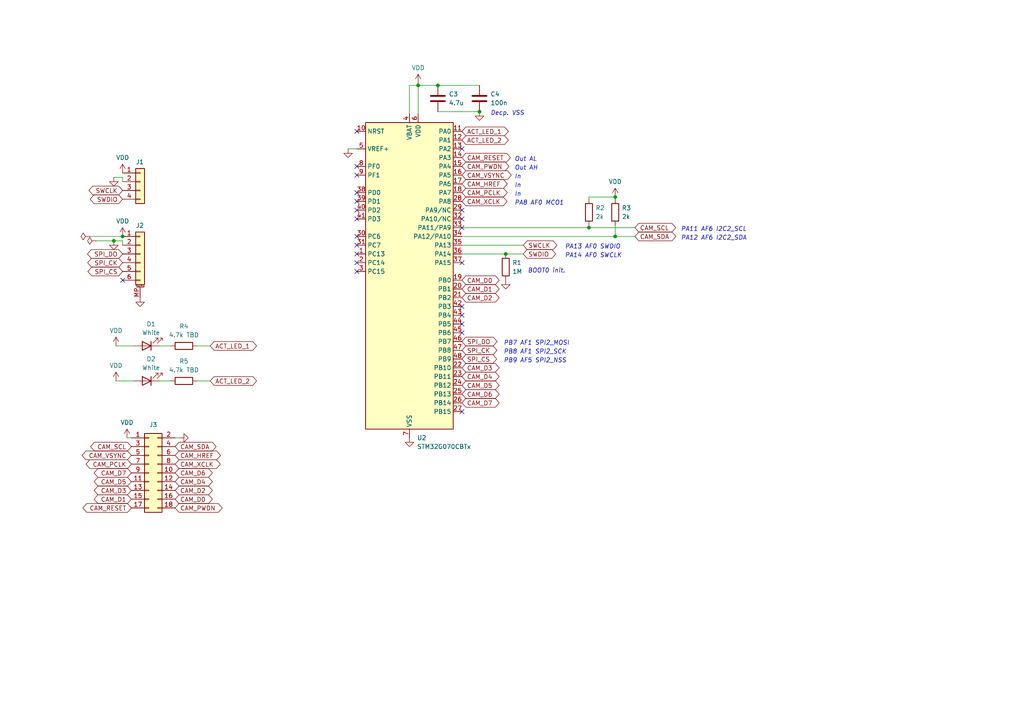
<source format=kicad_sch>
(kicad_sch (version 20230121) (generator eeschema)
  (paper "A4")
  (lib_symbols
    (symbol "Connector_Generic:Conn_01x04" (pin_names (offset 1.016) hide)
      (property "Reference" "J" (at 0 5.08 0))
      (property "Value" "Conn_01x04" (at 0 -7.62 0))
      (symbol "Conn_01x04_1_1"
        (rectangle (start -1.27 -4.953) (end 0 -5.207) (stroke (width 0.1524)))
        (rectangle (start -1.27 -2.413) (end 0 -2.667) (stroke (width 0.1524)))
        (rectangle (start -1.27 0.127) (end 0 -0.127) (stroke (width 0.1524)))
        (rectangle (start -1.27 2.667) (end 0 2.413) (stroke (width 0.1524)))
        (rectangle (start -1.27 3.81) (end 1.27 -6.35) (stroke (width 0.254)) (fill (type background)))
        (pin passive line (at -5.08 2.54 0) (length 3.81) (name "Pin_1") (number "1"))
        (pin passive line (at -5.08 0 0) (length 3.81) (name "Pin_2") (number "2"))
        (pin passive line (at -5.08 -2.54 0) (length 3.81) (name "Pin_3") (number "3"))
        (pin passive line (at -5.08 -5.08 0) (length 3.81) (name "Pin_4") (number "4"))
      )
    )
    (symbol "Connector_Generic:Conn_02x09_Odd_Even" (pin_names (offset 1.016) hide)
      (property "Reference" "J" (at 1.27 12.7 0))
      (property "Value" "Conn_02x09_Odd_Even" (at 1.27 -12.7 0))
      (symbol "Conn_02x09_Odd_Even_1_1"
        (rectangle (start -1.27 -10.033) (end 0 -10.287) (stroke (width 0.1524)))
        (rectangle (start -1.27 -7.493) (end 0 -7.747) (stroke (width 0.1524)))
        (rectangle (start -1.27 -4.953) (end 0 -5.207) (stroke (width 0.1524)))
        (rectangle (start -1.27 -2.413) (end 0 -2.667) (stroke (width 0.1524)))
        (rectangle (start -1.27 0.127) (end 0 -0.127) (stroke (width 0.1524)))
        (rectangle (start -1.27 2.667) (end 0 2.413) (stroke (width 0.1524)))
        (rectangle (start -1.27 5.207) (end 0 4.953) (stroke (width 0.1524)))
        (rectangle (start -1.27 7.747) (end 0 7.493) (stroke (width 0.1524)))
        (rectangle (start -1.27 10.287) (end 0 10.033) (stroke (width 0.1524)))
        (rectangle (start -1.27 11.43) (end 3.81 -11.43) (stroke (width 0.254)) (fill (type background)))
        (rectangle (start 3.81 -10.033) (end 2.54 -10.287) (stroke (width 0.1524)))
        (rectangle (start 3.81 -7.493) (end 2.54 -7.747) (stroke (width 0.1524)))
        (rectangle (start 3.81 -4.953) (end 2.54 -5.207) (stroke (width 0.1524)))
        (rectangle (start 3.81 -2.413) (end 2.54 -2.667) (stroke (width 0.1524)))
        (rectangle (start 3.81 0.127) (end 2.54 -0.127) (stroke (width 0.1524)))
        (rectangle (start 3.81 2.667) (end 2.54 2.413) (stroke (width 0.1524)))
        (rectangle (start 3.81 5.207) (end 2.54 4.953) (stroke (width 0.1524)))
        (rectangle (start 3.81 7.747) (end 2.54 7.493) (stroke (width 0.1524)))
        (rectangle (start 3.81 10.287) (end 2.54 10.033) (stroke (width 0.1524)))
        (pin passive line (at -5.08 10.16 0) (length 3.81) (name "Pin_1") (number "1"))
        (pin passive line (at 7.62 0 180) (length 3.81) (name "Pin_10") (number "10"))
        (pin passive line (at -5.08 -2.54 0) (length 3.81) (name "Pin_11") (number "11"))
        (pin passive line (at 7.62 -2.54 180) (length 3.81) (name "Pin_12") (number "12"))
        (pin passive line (at -5.08 -5.08 0) (length 3.81) (name "Pin_13") (number "13"))
        (pin passive line (at 7.62 -5.08 180) (length 3.81) (name "Pin_14") (number "14"))
        (pin passive line (at -5.08 -7.62 0) (length 3.81) (name "Pin_15") (number "15"))
        (pin passive line (at 7.62 -7.62 180) (length 3.81) (name "Pin_16") (number "16"))
        (pin passive line (at -5.08 -10.16 0) (length 3.81) (name "Pin_17") (number "17"))
        (pin passive line (at 7.62 -10.16 180) (length 3.81) (name "Pin_18") (number "18"))
        (pin passive line (at 7.62 10.16 180) (length 3.81) (name "Pin_2") (number "2"))
        (pin passive line (at -5.08 7.62 0) (length 3.81) (name "Pin_3") (number "3"))
        (pin passive line (at 7.62 7.62 180) (length 3.81) (name "Pin_4") (number "4"))
        (pin passive line (at -5.08 5.08 0) (length 3.81) (name "Pin_5") (number "5"))
        (pin passive line (at 7.62 5.08 180) (length 3.81) (name "Pin_6") (number "6"))
        (pin passive line (at -5.08 2.54 0) (length 3.81) (name "Pin_7") (number "7"))
        (pin passive line (at 7.62 2.54 180) (length 3.81) (name "Pin_8") (number "8"))
        (pin passive line (at -5.08 0 0) (length 3.81) (name "Pin_9") (number "9"))
      )
    )
    (symbol "Connector_Generic_MountingPin:Conn_01x06_MountingPin" (pin_names (offset 1.016) hide)
      (property "Reference" "J" (at 0 7.62 0))
      (property "Value" "Conn_01x06_MountingPin" (at 1.27 -10.16 0))
      (symbol "Conn_01x06_MountingPin_1_1"
        (rectangle (start -1.27 -7.493) (end 0 -7.747) (stroke (width 0.1524)))
        (rectangle (start -1.27 -4.953) (end 0 -5.207) (stroke (width 0.1524)))
        (rectangle (start -1.27 -2.413) (end 0 -2.667) (stroke (width 0.1524)))
        (rectangle (start -1.27 0.127) (end 0 -0.127) (stroke (width 0.1524)))
        (rectangle (start -1.27 2.667) (end 0 2.413) (stroke (width 0.1524)))
        (rectangle (start -1.27 5.207) (end 0 4.953) (stroke (width 0.1524)))
        (rectangle (start -1.27 6.35) (end 1.27 -8.89) (stroke (width 0.254)) (fill (type background)))
        (polyline (pts (xy -1.016 -9.652) (xy 1.016 -9.652)) (stroke (width 0.1524)))
        (text "Mounting" (at 0 -9.271 0) (effects (font (size 0.381 0.381))))
        (pin passive line (at -5.08 5.08 0) (length 3.81) (name "Pin_1") (number "1"))
        (pin passive line (at -5.08 2.54 0) (length 3.81) (name "Pin_2") (number "2"))
        (pin passive line (at -5.08 0 0) (length 3.81) (name "Pin_3") (number "3"))
        (pin passive line (at -5.08 -2.54 0) (length 3.81) (name "Pin_4") (number "4"))
        (pin passive line (at -5.08 -5.08 0) (length 3.81) (name "Pin_5") (number "5"))
        (pin passive line (at -5.08 -7.62 0) (length 3.81) (name "Pin_6") (number "6"))
        (pin passive line (at 0 -12.7 90) (length 3.048) (name "MountPin") (number "MP"))
      )
    )
    (symbol "Device:C" (pin_numbers hide) (pin_names (offset 0.254))
      (property "Reference" "C" (at 0.635 2.54 0))
      (property "Value" "C" (at 0.635 -2.54 0))
      (symbol "C_0_1"
        (polyline (pts (xy -2.032 -0.762) (xy 2.032 -0.762)) (stroke (width 0.508)))
        (polyline (pts (xy -2.032 0.762) (xy 2.032 0.762)) (stroke (width 0.508)))
      )
      (symbol "C_1_1"
        (pin passive line (at 0 3.81 270) (length 2.794) (name "~") (number "1"))
        (pin passive line (at 0 -3.81 90) (length 2.794) (name "~") (number "2"))
      )
    )
    (symbol "Device:LED" (pin_numbers hide) (pin_names (offset 1.016) hide)
      (property "Reference" "D" (at 0 2.54 0))
      (property "Value" "LED" (at 0 -2.54 0))
      (symbol "LED_0_1"
        (polyline (pts (xy -1.27 -1.27) (xy -1.27 1.27)) (stroke (width 0.254)))
        (polyline (pts (xy -1.27 0) (xy 1.27 0)))
        (polyline (pts (xy 1.27 -1.27) (xy 1.27 1.27) (xy -1.27 0) (xy 1.27 -1.27)) (stroke (width 0.254)))
        (polyline (pts (xy -3.048 -0.762) (xy -4.572 -2.286) (xy -3.81 -2.286) (xy -4.572 -2.286) (xy -4.572 -1.524)))
        (polyline (pts (xy -1.778 -0.762) (xy -3.302 -2.286) (xy -2.54 -2.286) (xy -3.302 -2.286) (xy -3.302 -1.524)))
      )
      (symbol "LED_1_1"
        (pin passive line (at -3.81 0 0) (length 2.54) (name "K") (number "1"))
        (pin passive line (at 3.81 0 180) (length 2.54) (name "A") (number "2"))
      )
    )
    (symbol "Device:R" (pin_numbers hide) (pin_names (offset 0))
      (property "Reference" "R" (at 2.032 0 90))
      (property "Value" "R" (at 0 0 90))
      (symbol "R_0_1"
        (rectangle (start -1.016 -2.54) (end 1.016 2.54) (stroke (width 0.254)))
      )
      (symbol "R_1_1"
        (pin passive line (at 0 3.81 270) (length 1.27) (name "~") (number "1"))
        (pin passive line (at 0 -3.81 90) (length 1.27) (name "~") (number "2"))
      )
    )
    (symbol "MCU_ST_STM32G0:STM32G070CBTx"
      (property "Reference" "U" (at -12.7 46.99 0))
      (property "Value" "STM32G070CBTx" (at 5.08 46.99 0))
      (symbol "STM32G070CBTx_0_1"
        (rectangle (start -12.7 -43.18) (end 12.7 45.72) (stroke (width 0.254)) (fill (type background)))
      )
      (symbol "STM32G070CBTx_1_1"
        (pin bidirectional line (at -15.24 7.62 0) (length 2.54) (name "PC13") (number "1"))
        (pin input line (at -15.24 43.18 0) (length 2.54) (name "NRST") (number "10"))
        (pin bidirectional line (at 15.24 43.18 180) (length 2.54) (name "PA0") (number "11"))
        (pin bidirectional line (at 15.24 40.64 180) (length 2.54) (name "PA1") (number "12"))
        (pin bidirectional line (at 15.24 38.1 180) (length 2.54) (name "PA2") (number "13"))
        (pin bidirectional line (at 15.24 35.56 180) (length 2.54) (name "PA3") (number "14"))
        (pin bidirectional line (at 15.24 33.02 180) (length 2.54) (name "PA4") (number "15"))
        (pin bidirectional line (at 15.24 30.48 180) (length 2.54) (name "PA5") (number "16"))
        (pin bidirectional line (at 15.24 27.94 180) (length 2.54) (name "PA6") (number "17"))
        (pin bidirectional line (at 15.24 25.4 180) (length 2.54) (name "PA7") (number "18"))
        (pin bidirectional line (at 15.24 0 180) (length 2.54) (name "PB0") (number "19"))
        (pin bidirectional line (at -15.24 5.08 0) (length 2.54) (name "PC14") (number "2"))
        (pin bidirectional line (at 15.24 -2.54 180) (length 2.54) (name "PB1") (number "20"))
        (pin bidirectional line (at 15.24 -5.08 180) (length 2.54) (name "PB2") (number "21"))
        (pin bidirectional line (at 15.24 -25.4 180) (length 2.54) (name "PB10") (number "22"))
        (pin bidirectional line (at 15.24 -27.94 180) (length 2.54) (name "PB11") (number "23"))
        (pin bidirectional line (at 15.24 -30.48 180) (length 2.54) (name "PB12") (number "24"))
        (pin bidirectional line (at 15.24 -33.02 180) (length 2.54) (name "PB13") (number "25"))
        (pin bidirectional line (at 15.24 -35.56 180) (length 2.54) (name "PB14") (number "26"))
        (pin bidirectional line (at 15.24 -38.1 180) (length 2.54) (name "PB15") (number "27"))
        (pin bidirectional line (at 15.24 22.86 180) (length 2.54) (name "PA8") (number "28"))
        (pin bidirectional line (at 15.24 20.32 180) (length 2.54) (name "PA9/NC") (number "29"))
        (pin bidirectional line (at -15.24 2.54 0) (length 2.54) (name "PC15") (number "3"))
        (pin bidirectional line (at -15.24 12.7 0) (length 2.54) (name "PC6") (number "30"))
        (pin bidirectional line (at -15.24 10.16 0) (length 2.54) (name "PC7") (number "31"))
        (pin bidirectional line (at 15.24 17.78 180) (length 2.54) (name "PA10/NC") (number "32"))
        (pin bidirectional line (at 15.24 15.24 180) (length 2.54) (name "PA11/PA9") (number "33"))
        (pin bidirectional line (at 15.24 12.7 180) (length 2.54) (name "PA12/PA10") (number "34"))
        (pin bidirectional line (at 15.24 10.16 180) (length 2.54) (name "PA13") (number "35"))
        (pin bidirectional line (at 15.24 7.62 180) (length 2.54) (name "PA14") (number "36"))
        (pin bidirectional line (at 15.24 5.08 180) (length 2.54) (name "PA15") (number "37"))
        (pin bidirectional line (at -15.24 25.4 0) (length 2.54) (name "PD0") (number "38"))
        (pin bidirectional line (at -15.24 22.86 0) (length 2.54) (name "PD1") (number "39"))
        (pin power_in line (at 0 48.26 270) (length 2.54) (name "VBAT") (number "4"))
        (pin bidirectional line (at -15.24 20.32 0) (length 2.54) (name "PD2") (number "40"))
        (pin bidirectional line (at -15.24 17.78 0) (length 2.54) (name "PD3") (number "41"))
        (pin bidirectional line (at 15.24 -7.62 180) (length 2.54) (name "PB3") (number "42"))
        (pin bidirectional line (at 15.24 -10.16 180) (length 2.54) (name "PB4") (number "43"))
        (pin bidirectional line (at 15.24 -12.7 180) (length 2.54) (name "PB5") (number "44"))
        (pin bidirectional line (at 15.24 -15.24 180) (length 2.54) (name "PB6") (number "45"))
        (pin bidirectional line (at 15.24 -17.78 180) (length 2.54) (name "PB7") (number "46"))
        (pin bidirectional line (at 15.24 -20.32 180) (length 2.54) (name "PB8") (number "47"))
        (pin bidirectional line (at 15.24 -22.86 180) (length 2.54) (name "PB9") (number "48"))
        (pin input line (at -15.24 38.1 0) (length 2.54) (name "VREF+") (number "5"))
        (pin power_in line (at 2.54 48.26 270) (length 2.54) (name "VDD") (number "6"))
        (pin power_in line (at 0 -45.72 90) (length 2.54) (name "VSS") (number "7"))
        (pin bidirectional line (at -15.24 33.02 0) (length 2.54) (name "PF0") (number "8"))
        (pin bidirectional line (at -15.24 30.48 0) (length 2.54) (name "PF1") (number "9"))
      )
    )
    (symbol "power:GND" (power) (pin_names (offset 0))
      (property "Value" "GND" (at 0 -3.81 0))
      (symbol "GND_0_1"
        (polyline (pts (xy 0 0) (xy 0 -1.27) (xy 1.27 -1.27) (xy 0 -2.54) (xy -1.27 -1.27) (xy 0 -1.27)))
      )
      (symbol "GND_1_1"
        (pin power_in line (at 0 0 270) (length 0) hide (name "GND") (number "1"))
      )
    )
    (symbol "power:PWR_FLAG" (power) (pin_numbers hide) (pin_names (offset 0) hide)
      (property "Value" "PWR_FLAG" (at 0 3.81 0))
      (symbol "PWR_FLAG_0_0"
        (pin power_out line (at 0 0 90) (length 0) (name "pwr") (number "1"))
      )
      (symbol "PWR_FLAG_0_1"
        (polyline (pts (xy 0 0) (xy 0 1.27) (xy -1.016 1.905) (xy 0 2.54) (xy 1.016 1.905) (xy 0 1.27)))
      )
    )
    (symbol "power:VDD" (power) (pin_names (offset 0))
      (property "Value" "VDD" (at 0 3.81 0))
      (symbol "VDD_0_1"
        (polyline (pts (xy -0.762 1.27) (xy 0 2.54)))
        (polyline (pts (xy 0 0) (xy 0 2.54)))
        (polyline (pts (xy 0 2.54) (xy 0.762 1.27)))
      )
      (symbol "VDD_1_1"
        (pin power_in line (at 0 0 90) (length 0) hide (name "VDD") (number "1"))
      )
    )
  )
  (junction (at 178.435 68.58))
  (junction (at 127 24.765))
  (junction (at 170.815 66.04))
  (junction (at 139.065 32.385))
  (junction (at 121.285 24.765))
  (junction (at 35.56 68.58))
  (junction (at 146.685 73.66))
  (junction (at 33.02 69.85))
  (junction (at 178.435 57.15))
  (no_connect (at 133.985 43.18))
  (no_connect (at 133.985 66.04))
  (no_connect (at 133.985 63.5))
  (no_connect (at 35.56 81.28))
  (no_connect (at 103.505 76.2))
  (no_connect (at 133.985 93.98))
  (no_connect (at 133.985 60.96))
  (no_connect (at 103.505 63.5))
  (no_connect (at 103.505 60.96))
  (no_connect (at 103.505 68.58))
  (no_connect (at 133.985 96.52))
  (no_connect (at 103.505 55.88))
  (no_connect (at 133.985 91.44))
  (no_connect (at 103.505 58.42))
  (no_connect (at 103.505 73.66))
  (no_connect (at 133.985 119.38))
  (no_connect (at 103.505 48.26))
  (no_connect (at 103.505 38.1))
  (no_connect (at 133.985 76.2))
  (no_connect (at 133.985 88.9))
  (no_connect (at 103.505 78.74))
  (no_connect (at 103.505 50.8))
  (no_connect (at 103.505 71.12))
  (wire (pts (xy 35.56 71.12) (xy 35.56 69.85)))
  (wire (pts (xy 57.15 110.49) (xy 60.96 110.49)))
  (wire (pts (xy 46.355 110.49) (xy 49.53 110.49)))
  (wire (pts (xy 184.15 66.04) (xy 170.815 66.04)))
  (wire (pts (xy 46.355 100.33) (xy 49.53 100.33)))
  (wire (pts (xy 35.56 51.435) (xy 33.02 51.435)))
  (wire (pts (xy 100.965 43.18) (xy 103.505 43.18)))
  (wire (pts (xy 33.655 100.33) (xy 38.735 100.33)))
  (wire (pts (xy 33.655 110.49) (xy 38.735 110.49)))
  (wire (pts (xy 57.15 100.33) (xy 60.96 100.33)))
  (wire (pts (xy 121.285 24.765) (xy 121.285 33.02)))
  (wire (pts (xy 26.035 68.58) (xy 35.56 68.58)))
  (wire (pts (xy 133.985 68.58) (xy 178.435 68.58)))
  (wire (pts (xy 127 24.765) (xy 139.065 24.765)))
  (wire (pts (xy 36.83 127) (xy 38.1 127)))
  (wire (pts (xy 151.765 71.12) (xy 133.985 71.12)))
  (wire (pts (xy 178.435 57.15) (xy 170.815 57.15)))
  (wire (pts (xy 35.56 52.705) (xy 35.56 51.435)))
  (wire (pts (xy 146.685 73.66) (xy 151.765 73.66)))
  (wire (pts (xy 170.815 65.405) (xy 170.815 66.04)))
  (wire (pts (xy 52.07 127) (xy 50.8 127)))
  (wire (pts (xy 127 32.385) (xy 139.065 32.385)))
  (wire (pts (xy 184.15 68.58) (xy 178.435 68.58)))
  (wire (pts (xy 170.815 57.15) (xy 170.815 57.785)))
  (wire (pts (xy 118.745 33.02) (xy 118.745 24.765)))
  (wire (pts (xy 133.985 66.04) (xy 170.815 66.04)))
  (wire (pts (xy 35.56 69.85) (xy 33.02 69.85)))
  (wire (pts (xy 133.985 73.66) (xy 146.685 73.66)))
  (wire (pts (xy 118.745 24.765) (xy 121.285 24.765)))
  (wire (pts (xy 121.285 24.13) (xy 121.285 24.765)))
  (wire (pts (xy 178.435 65.405) (xy 178.435 68.58)))
  (wire (pts (xy 178.435 57.15) (xy 178.435 57.785)))
  (wire (pts (xy 121.285 24.765) (xy 127 24.765)))
  (wire (pts (xy 27.94 69.85) (xy 33.02 69.85)))
  (text "In" (at 149.225 52.07 0) (effects (font (size 1.27 1.27) italic) (justify left bottom)))
  (text "Out AH" (at 149.225 49.53 0) (effects (font (size 1.27 1.27) italic) (justify left bottom)))
  (text "PA8 AF0 MCO1" (at 149.225 59.69 0) (effects (font (size 1.27 1.27) italic) (justify left bottom)))
  (text "PA11 AF6 I2C2_SCL" (at 197.485 67.31 0) (effects (font (size 1.27 1.27) italic) (justify left bottom)))
  (text "PA13 AF0 SWDIO" (at 163.83 72.39 0) (effects (font (size 1.27 1.27) italic) (justify left bottom)))
  (text "Decp. VSS" (at 142.24 33.655 0) (effects (font (size 1.27 1.27) italic) (justify left bottom)))
  (text "Out AL" (at 149.225 46.99 0) (effects (font (size 1.27 1.27) italic) (justify left bottom)))
  (text "PA12 AF6 I2C2_SDA" (at 197.485 69.85 0) (effects (font (size 1.27 1.27) italic) (justify left bottom)))
  (text "PB7 AF1 SPI2_MOSI" (at 146.05 100.33 0) (effects (font (size 1.27 1.27) italic) (justify left bottom)))
  (text "PA14 AF0 SWCLK" (at 163.83 74.93 0) (effects (font (size 1.27 1.27) italic) (justify left bottom)))
  (text "In" (at 149.225 57.15 0) (effects (font (size 1.27 1.27) italic) (justify left bottom)))
  (text "In" (at 149.225 54.61 0) (effects (font (size 1.27 1.27) italic) (justify left bottom)))
  (text "PB9 AF5 SPI2_NSS" (at 146.05 105.41 0) (effects (font (size 1.27 1.27) italic) (justify left bottom)))
  (text "BOOT0 init." (at 153.035 79.375 0) (effects (font (size 1.27 1.27) italic) (justify left bottom)))
  (text "PB8 AF1 SPI2_SCK" (at 146.05 102.87 0) (effects (font (size 1.27 1.27) italic) (justify left bottom)))
  (global_label "SWDIO" (shape bidirectional) (at 151.765 73.66 0) (property "Intersheetrefs" "${INTERSHEET_REFS}" (effects hide)))
  (global_label "CAM_HREF" (shape bidirectional) (at 133.985 53.34 0) (property "Intersheetrefs" "${INTERSHEET_REFS}" (effects hide)))
  (global_label "CAM_VSYNC" (shape bidirectional) (at 38.1 132.08 180) (property "Intersheetrefs" "${INTERSHEET_REFS}" (effects hide)))
  (global_label "CAM_D0" (shape bidirectional) (at 133.985 81.28 0) (property "Intersheetrefs" "${INTERSHEET_REFS}" (effects hide)))
  (global_label "CAM_D0" (shape bidirectional) (at 50.8 144.78 0) (property "Intersheetrefs" "${INTERSHEET_REFS}" (effects hide)))
  (global_label "CAM_VSYNC" (shape bidirectional) (at 133.985 50.8 0) (property "Intersheetrefs" "${INTERSHEET_REFS}" (effects hide)))
  (global_label "CAM_SDA" (shape bidirectional) (at 184.15 68.58 0) (property "Intersheetrefs" "${INTERSHEET_REFS}" (effects hide)))
  (global_label "CAM_D7" (shape bidirectional) (at 133.985 116.84 0) (property "Intersheetrefs" "${INTERSHEET_REFS}" (effects hide)))
  (global_label "SPI_CK" (shape bidirectional) (at 133.985 101.6 0) (property "Intersheetrefs" "${INTERSHEET_REFS}" (effects hide)))
  (global_label "CAM_SCL" (shape bidirectional) (at 184.15 66.04 0) (property "Intersheetrefs" "${INTERSHEET_REFS}" (effects hide)))
  (global_label "ACT_LED_1" (shape bidirectional) (at 133.985 38.1 0) (property "Intersheetrefs" "${INTERSHEET_REFS}" (effects hide)))
  (global_label "CAM_D2" (shape bidirectional) (at 50.8 142.24 0) (property "Intersheetrefs" "${INTERSHEET_REFS}" (effects hide)))
  (global_label "CAM_RESET" (shape bidirectional) (at 38.1 147.32 180) (property "Intersheetrefs" "${INTERSHEET_REFS}" (effects hide)))
  (global_label "ACT_LED_2" (shape bidirectional) (at 133.985 40.64 0) (property "Intersheetrefs" "${INTERSHEET_REFS}" (effects hide)))
  (global_label "CAM_D2" (shape bidirectional) (at 133.985 86.36 0) (property "Intersheetrefs" "${INTERSHEET_REFS}" (effects hide)))
  (global_label "CAM_D5" (shape bidirectional) (at 38.1 139.7 180) (property "Intersheetrefs" "${INTERSHEET_REFS}" (effects hide)))
  (global_label "SPI_CK" (shape bidirectional) (at 35.56 76.2 180) (property "Intersheetrefs" "${INTERSHEET_REFS}" (effects hide)))
  (global_label "CAM_D6" (shape bidirectional) (at 50.8 137.16 0) (property "Intersheetrefs" "${INTERSHEET_REFS}" (effects hide)))
  (global_label "ACT_LED_2" (shape bidirectional) (at 60.96 110.49 0) (property "Intersheetrefs" "${INTERSHEET_REFS}" (effects hide)))
  (global_label "CAM_D6" (shape bidirectional) (at 133.985 114.3 0) (property "Intersheetrefs" "${INTERSHEET_REFS}" (effects hide)))
  (global_label "CAM_RESET" (shape bidirectional) (at 133.985 45.72 0) (property "Intersheetrefs" "${INTERSHEET_REFS}" (effects hide)))
  (global_label "SPI_CS" (shape bidirectional) (at 133.985 104.14 0) (property "Intersheetrefs" "${INTERSHEET_REFS}" (effects hide)))
  (global_label "CAM_PWDN" (shape bidirectional) (at 50.8 147.32 0) (property "Intersheetrefs" "${INTERSHEET_REFS}" (effects hide)))
  (global_label "CAM_D4" (shape bidirectional) (at 50.8 139.7 0) (property "Intersheetrefs" "${INTERSHEET_REFS}" (effects hide)))
  (global_label "CAM_D1" (shape bidirectional) (at 133.985 83.82 0) (property "Intersheetrefs" "${INTERSHEET_REFS}" (effects hide)))
  (global_label "CAM_SCL" (shape bidirectional) (at 38.1 129.54 180) (property "Intersheetrefs" "${INTERSHEET_REFS}" (effects hide)))
  (global_label "CAM_XCLK" (shape bidirectional) (at 50.8 134.62 0) (property "Intersheetrefs" "${INTERSHEET_REFS}" (effects hide)))
  (global_label "CAM_PCLK" (shape bidirectional) (at 133.985 55.88 0) (property "Intersheetrefs" "${INTERSHEET_REFS}" (effects hide)))
  (global_label "CAM_D3" (shape bidirectional) (at 133.985 106.68 0) (property "Intersheetrefs" "${INTERSHEET_REFS}" (effects hide)))
  (global_label "CAM_D1" (shape bidirectional) (at 38.1 144.78 180) (property "Intersheetrefs" "${INTERSHEET_REFS}" (effects hide)))
  (global_label "CAM_PCLK" (shape bidirectional) (at 38.1 134.62 180) (property "Intersheetrefs" "${INTERSHEET_REFS}" (effects hide)))
  (global_label "SWDIO" (shape bidirectional) (at 35.56 57.785 180) (property "Intersheetrefs" "${INTERSHEET_REFS}" (effects hide)))
  (global_label "CAM_XCLK" (shape bidirectional) (at 133.985 58.42 0) (property "Intersheetrefs" "${INTERSHEET_REFS}" (effects hide)))
  (global_label "CAM_HREF" (shape bidirectional) (at 50.8 132.08 0) (property "Intersheetrefs" "${INTERSHEET_REFS}" (effects hide)))
  (global_label "CAM_D7" (shape bidirectional) (at 38.1 137.16 180) (property "Intersheetrefs" "${INTERSHEET_REFS}" (effects hide)))
  (global_label "CAM_D4" (shape bidirectional) (at 133.985 109.22 0) (property "Intersheetrefs" "${INTERSHEET_REFS}" (effects hide)))
  (global_label "SPI_DO" (shape bidirectional) (at 133.985 99.06 0) (property "Intersheetrefs" "${INTERSHEET_REFS}" (effects hide)))
  (global_label "CAM_D3" (shape bidirectional) (at 38.1 142.24 180) (property "Intersheetrefs" "${INTERSHEET_REFS}" (effects hide)))
  (global_label "SPI_DO" (shape bidirectional) (at 35.56 73.66 180) (property "Intersheetrefs" "${INTERSHEET_REFS}" (effects hide)))
  (global_label "CAM_PWDN" (shape bidirectional) (at 133.985 48.26 0) (property "Intersheetrefs" "${INTERSHEET_REFS}" (effects hide)))
  (global_label "CAM_D5" (shape bidirectional) (at 133.985 111.76 0) (property "Intersheetrefs" "${INTERSHEET_REFS}" (effects hide)))
  (global_label "ACT_LED_1" (shape bidirectional) (at 60.96 100.33 0) (property "Intersheetrefs" "${INTERSHEET_REFS}" (effects hide)))
  (global_label "SWCLK" (shape bidirectional) (at 151.765 71.12 0) (property "Intersheetrefs" "${INTERSHEET_REFS}" (effects hide)))
  (global_label "CAM_SDA" (shape bidirectional) (at 50.8 129.54 0) (property "Intersheetrefs" "${INTERSHEET_REFS}" (effects hide)))
  (global_label "SWCLK" (shape bidirectional) (at 35.56 55.245 180) (property "Intersheetrefs" "${INTERSHEET_REFS}" (effects hide)))
  (global_label "SPI_CS" (shape bidirectional) (at 35.56 78.74 180) (property "Intersheetrefs" "${INTERSHEET_REFS}" (effects hide)))
  (symbol (lib_id "power:GND") (at 118.745 127 0) (unit 1)
    (property "Reference" "#PWR08" (effects hide))
    (property "Value" "GND" (effects hide))
  )
  (symbol (lib_id "power:GND") (at 33.02 69.85 0) (unit 1)
    (property "Reference" "#PWR06" (effects hide))
    (property "Value" "GND" (effects hide))
  )
  (symbol (lib_id "Connector_Generic:Conn_01x04") (at 40.64 52.705 0) (unit 1)
    (property "Reference" "J1" (at 39.37 46.99 0) (effects (justify left)))
    (property "Value" "Conn_01x04" (effects hide))
    (property "Footprint" "Grabber_footprints:TestPoints_1x04_P2.0" (effects hide))
  )
  (symbol (lib_id "Device:R") (at 53.34 110.49 90) (unit 1)
    (property "Reference" "R5" (at 53.34 104.775 90))
    (property "Value" "4.7k TBD" (at 53.34 107.315 90))
    (property "Footprint" "Resistor_SMD:R_0603_1608Metric" (effects hide))
  )
  (symbol (lib_id "Device:R") (at 146.685 77.47 0) (unit 1)
    (property "Reference" "R1" (at 148.59 76.2 0) (effects (justify left)))
    (property "Value" "1M" (at 148.59 78.74 0) (effects (justify left)))
    (property "Footprint" "Resistor_SMD:R_0603_1608Metric" (effects hide))
  )
  (symbol (lib_id "Device:R") (at 170.815 61.595 0) (unit 1)
    (property "Reference" "R2" (at 172.72 60.325 0) (effects (justify left)))
    (property "Value" "2k" (at 172.72 62.865 0) (effects (justify left)))
    (property "Footprint" "Resistor_SMD:R_0603_1608Metric" (effects hide))
  )
  (symbol (lib_id "power:VDD") (at 33.655 110.49 0) (unit 1)
    (property "Reference" "#PWR015" (effects hide))
    (property "Value" "VDD" (at 33.655 106.045 0))
  )
  (symbol (lib_id "Device:C") (at 139.065 28.575 0) (unit 1)
    (property "Reference" "C4" (at 142.24 27.305 0) (effects (justify left)))
    (property "Value" "100n" (at 142.24 29.845 0) (effects (justify left)))
    (property "Footprint" "Capacitor_SMD:C_0603_1608Metric" (effects hide))
  )
  (symbol (lib_id "power:VDD") (at 36.83 127 0) (unit 1)
    (property "Reference" "#PWR010" (effects hide))
    (property "Value" "VDD" (at 36.83 122.555 0))
  )
  (symbol (lib_id "Device:LED") (at 42.545 110.49 180) (unit 1)
    (property "Reference" "D2" (at 43.815 104.14 0))
    (property "Value" "White" (at 43.815 106.68 0))
    (property "Footprint" "LED_SMD:LED_0603_1608Metric" (effects hide))
  )
  (symbol (lib_id "power:GND") (at 139.065 32.385 0) (unit 1)
    (property "Reference" "#PWR07" (effects hide))
    (property "Value" "GND" (effects hide))
  )
  (symbol (lib_id "power:GND") (at 40.64 86.36 0) (unit 1)
    (property "Reference" "#PWR018" (effects hide))
    (property "Value" "GND" (effects hide))
  )
  (symbol (lib_id "power:GND") (at 33.02 51.435 0) (unit 1)
    (property "Reference" "#PWR05" (effects hide))
    (property "Value" "GND" (effects hide))
  )
  (symbol (lib_id "Connector_Generic:Conn_02x09_Odd_Even") (at 43.18 137.16 0) (unit 1)
    (property "Reference" "J3" (at 44.45 123.19 0))
    (property "Value" "Conn_02x09_Odd_Even" (effects hide))
    (property "Footprint" "Connector_PinHeader_2.54mm:PinHeader_2x09_P2.54mm_Vertical" (effects hide))
  )
  (symbol (lib_id "Device:LED") (at 42.545 100.33 180) (unit 1)
    (property "Reference" "D1" (at 43.815 93.98 0))
    (property "Value" "White" (at 43.815 96.52 0))
    (property "Footprint" "LED_SMD:LED_0603_1608Metric" (effects hide))
  )
  (symbol (lib_id "power:VDD") (at 178.435 57.15 0) (unit 1)
    (property "Reference" "#PWR012" (effects hide))
    (property "Value" "VDD" (at 178.435 52.705 0))
  )
  (symbol (lib_id "power:GND") (at 100.965 43.18 0) (unit 1)
    (property "Reference" "#PWR09" (effects hide))
    (property "Value" "GND" (effects hide))
  )
  (symbol (lib_id "power:VDD") (at 35.56 68.58 0) (unit 1)
    (property "Reference" "#PWR017" (effects hide))
    (property "Value" "VDD" (at 35.56 64.135 0))
  )
  (symbol (lib_id "Device:C") (at 127 28.575 0) (unit 1)
    (property "Reference" "C3" (at 130.175 27.305 0) (effects (justify left)))
    (property "Value" "4.7u" (at 130.175 29.845 0) (effects (justify left)))
    (property "Footprint" "Capacitor_SMD:C_0603_1608Metric" (effects hide))
  )
  (symbol (lib_id "power:VDD") (at 121.285 24.13 0) (unit 1)
    (property "Reference" "#PWR04" (effects hide))
    (property "Value" "VDD" (at 121.285 19.685 0))
  )
  (symbol (lib_id "Device:R") (at 53.34 100.33 90) (unit 1)
    (property "Reference" "R4" (at 53.34 94.615 90))
    (property "Value" "4.7k TBD" (at 53.34 97.155 90))
    (property "Footprint" "Resistor_SMD:R_0603_1608Metric" (effects hide))
  )
  (symbol (lib_id "MCU_ST_STM32G0:STM32G070CBTx") (at 118.745 81.28 0) (unit 1)
    (property "Reference" "U2" (at 120.9391 127 0) (effects (justify left)))
    (property "Value" "STM32G070CBTx" (at 120.9391 129.54 0) (effects (justify left)))
    (property "Footprint" "Package_QFP:LQFP-48_7x7mm_P0.5mm" (effects hide))
    (property "Datasheet" "https://www.st.com/resource/en/datasheet/stm32g070cb.pdf" (effects hide))
  )
  (symbol (lib_id "power:VDD") (at 33.655 100.33 0) (unit 1)
    (property "Reference" "#PWR014" (effects hide))
    (property "Value" "VDD" (at 33.655 95.885 0))
  )
  (symbol (lib_id "power:GND") (at 146.685 81.28 0) (unit 1)
    (property "Reference" "#PWR013" (effects hide))
    (property "Value" "GND" (effects hide))
  )
  (symbol (lib_id "power:VDD") (at 35.56 50.165 0) (unit 1)
    (property "Reference" "#PWR016" (effects hide))
    (property "Value" "VDD" (at 35.56 45.72 0))
  )
  (symbol (lib_id "Connector_Generic_MountingPin:Conn_01x06_MountingPin") (at 40.64 73.66 0) (unit 1)
    (property "Reference" "J2" (at 39.37 65.405 0) (effects (justify left)))
    (property "Value" "Conn_01x06_MountingPin" (effects hide))
    (property "Footprint" "Connector_FFC-FPC:TE_84952-6_1x06-1MP_P1.0mm_Horizontal" (effects hide))
  )
  (symbol (lib_id "Device:R") (at 178.435 61.595 0) (unit 1)
    (property "Reference" "R3" (at 180.34 60.325 0) (effects (justify left)))
    (property "Value" "2k" (at 180.34 62.865 0) (effects (justify left)))
    (property "Footprint" "Resistor_SMD:R_0603_1608Metric" (effects hide))
  )
  (symbol (lib_id "power:GND") (at 52.07 127 90) (unit 1)
    (property "Reference" "#PWR011" (effects hide))
    (property "Value" "GND" (effects hide))
  )
  (symbol (lib_id "power:PWR_FLAG") (at 27.94 69.85 90) (unit 1)
    (property "Reference" "#FLG02" (effects hide))
    (property "Value" "PWR_FLAG" (effects hide))
  )
  (symbol (lib_id "power:PWR_FLAG") (at 26.035 68.58 90) (unit 1)
    (property "Reference" "#FLG01" (effects hide))
    (property "Value" "PWR_FLAG" (effects hide))
  )
)
</source>
